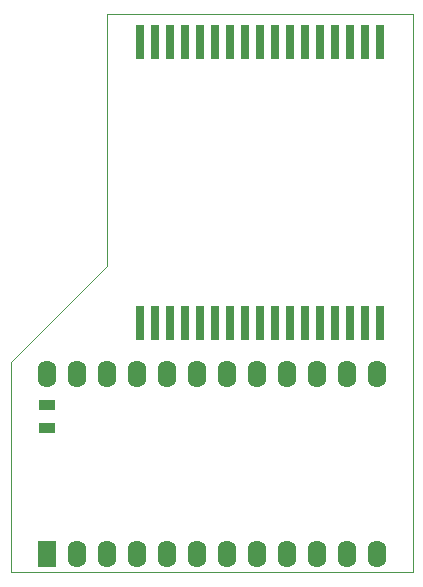
<source format=gts>
G04 (created by PCBNEW (2013-07-07 BZR 4022)-stable) date 10/10/2019 9:23:04 PM*
%MOIN*%
G04 Gerber Fmt 3.4, Leading zero omitted, Abs format*
%FSLAX34Y34*%
G01*
G70*
G90*
G04 APERTURE LIST*
%ADD10C,0.00590551*%
%ADD11C,0.00393701*%
%ADD12R,0.055X0.035*%
%ADD13R,0.03X0.112*%
%ADD14R,0.062X0.09*%
%ADD15O,0.062X0.09*%
G04 APERTURE END LIST*
G54D10*
G54D11*
X77300Y-60200D02*
X75700Y-61800D01*
X77300Y-51800D02*
X77500Y-51800D01*
X77300Y-60200D02*
X77300Y-51800D01*
X87500Y-70400D02*
X74100Y-70400D01*
X74100Y-63400D02*
X74100Y-70400D01*
X75700Y-61800D02*
X74100Y-63400D01*
X87500Y-51800D02*
X77500Y-51800D01*
X87500Y-70400D02*
X87500Y-51800D01*
G54D12*
X75300Y-64825D03*
X75300Y-65575D03*
G54D13*
X78400Y-62090D03*
X78900Y-62090D03*
X79400Y-62090D03*
X79900Y-62090D03*
X80400Y-62090D03*
X80900Y-62090D03*
X81400Y-62090D03*
X81900Y-62090D03*
X82400Y-62090D03*
X82900Y-62090D03*
X83400Y-62090D03*
X83900Y-62090D03*
X84400Y-62090D03*
X84900Y-62090D03*
X85400Y-62090D03*
X85900Y-62090D03*
X86400Y-62090D03*
X86400Y-52710D03*
X85900Y-52710D03*
X85400Y-52710D03*
X84900Y-52710D03*
X84400Y-52710D03*
X83900Y-52710D03*
X83400Y-52710D03*
X82900Y-52710D03*
X82400Y-52710D03*
X81900Y-52710D03*
X81400Y-52710D03*
X80900Y-52710D03*
X80400Y-52710D03*
X79900Y-52710D03*
X79400Y-52710D03*
X78900Y-52710D03*
X78400Y-52710D03*
G54D14*
X75300Y-69800D03*
G54D15*
X76300Y-69800D03*
X77300Y-69800D03*
X78300Y-69800D03*
X79300Y-69800D03*
X80300Y-69800D03*
X81300Y-69800D03*
X82300Y-69800D03*
X83300Y-69800D03*
X84300Y-69800D03*
X85300Y-69800D03*
X86300Y-69800D03*
X86300Y-63800D03*
X85300Y-63800D03*
X84300Y-63800D03*
X83300Y-63800D03*
X82300Y-63800D03*
X81300Y-63800D03*
X80300Y-63800D03*
X79300Y-63800D03*
X78300Y-63800D03*
X77300Y-63800D03*
X76300Y-63800D03*
X75300Y-63800D03*
M02*

</source>
